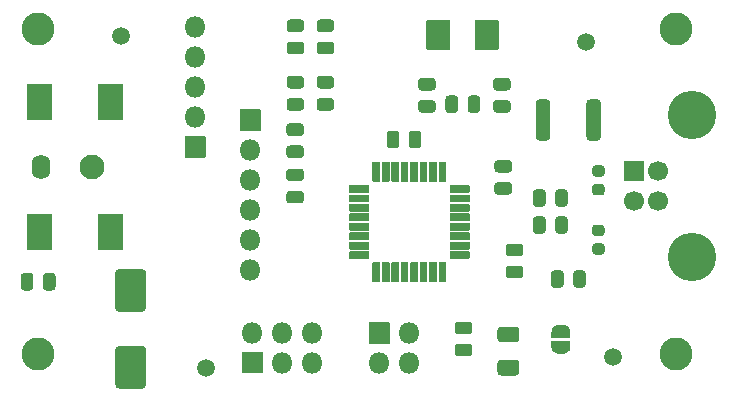
<source format=gts>
G04 #@! TF.GenerationSoftware,KiCad,Pcbnew,6.0.11+dfsg-1~bpo11+1*
G04 #@! TF.CreationDate,2023-06-13T14:06:20+00:00*
G04 #@! TF.ProjectId,t1,74312e6b-6963-4616-945f-706362585858,${git_hash}*
G04 #@! TF.SameCoordinates,Original*
G04 #@! TF.FileFunction,Soldermask,Top*
G04 #@! TF.FilePolarity,Negative*
%FSLAX46Y46*%
G04 Gerber Fmt 4.6, Leading zero omitted, Abs format (unit mm)*
G04 Created by KiCad (PCBNEW 6.0.11+dfsg-1~bpo11+1) date 2023-06-13 14:06:20*
%MOMM*%
%LPD*%
G01*
G04 APERTURE LIST*
%ADD10C,1.500000*%
%ADD11C,2.800000*%
%ADD12C,2.100000*%
%ADD13O,1.600000X2.100000*%
%ADD14O,1.800000X1.800000*%
%ADD15C,1.700000*%
%ADD16C,4.100000*%
G04 APERTURE END LIST*
G36*
G01*
X129835400Y-89844400D02*
X131835400Y-89844400D01*
G75*
G02*
X132135400Y-90144400I0J-300000D01*
G01*
X132135400Y-93144400D01*
G75*
G02*
X131835400Y-93444400I-300000J0D01*
G01*
X129835400Y-93444400D01*
G75*
G02*
X129535400Y-93144400I0J300000D01*
G01*
X129535400Y-90144400D01*
G75*
G02*
X129835400Y-89844400I300000J0D01*
G01*
G37*
G36*
G01*
X129835400Y-96344400D02*
X131835400Y-96344400D01*
G75*
G02*
X132135400Y-96644400I0J-300000D01*
G01*
X132135400Y-99644400D01*
G75*
G02*
X131835400Y-99944400I-300000J0D01*
G01*
X129835400Y-99944400D01*
G75*
G02*
X129535400Y-99644400I0J300000D01*
G01*
X129535400Y-96644400D01*
G75*
G02*
X129835400Y-96344400I300000J0D01*
G01*
G37*
G36*
G01*
X121525000Y-91356250D02*
X121525000Y-90443750D01*
G75*
G02*
X121818750Y-90150000I293750J0D01*
G01*
X122306250Y-90150000D01*
G75*
G02*
X122600000Y-90443750I0J-293750D01*
G01*
X122600000Y-91356250D01*
G75*
G02*
X122306250Y-91650000I-293750J0D01*
G01*
X121818750Y-91650000D01*
G75*
G02*
X121525000Y-91356250I0J293750D01*
G01*
G37*
G36*
G01*
X123400000Y-91356250D02*
X123400000Y-90443750D01*
G75*
G02*
X123693750Y-90150000I293750J0D01*
G01*
X124181250Y-90150000D01*
G75*
G02*
X124475000Y-90443750I0J-293750D01*
G01*
X124475000Y-91356250D01*
G75*
G02*
X124181250Y-91650000I-293750J0D01*
G01*
X123693750Y-91650000D01*
G75*
G02*
X123400000Y-91356250I0J293750D01*
G01*
G37*
G36*
G01*
X161803750Y-73641000D02*
X162716250Y-73641000D01*
G75*
G02*
X163010000Y-73934750I0J-293750D01*
G01*
X163010000Y-74422250D01*
G75*
G02*
X162716250Y-74716000I-293750J0D01*
G01*
X161803750Y-74716000D01*
G75*
G02*
X161510000Y-74422250I0J293750D01*
G01*
X161510000Y-73934750D01*
G75*
G02*
X161803750Y-73641000I293750J0D01*
G01*
G37*
G36*
G01*
X161803750Y-75516000D02*
X162716250Y-75516000D01*
G75*
G02*
X163010000Y-75809750I0J-293750D01*
G01*
X163010000Y-76297250D01*
G75*
G02*
X162716250Y-76591000I-293750J0D01*
G01*
X161803750Y-76591000D01*
G75*
G02*
X161510000Y-76297250I0J293750D01*
G01*
X161510000Y-75809750D01*
G75*
G02*
X161803750Y-75516000I293750J0D01*
G01*
G37*
G36*
G01*
X155453750Y-73641000D02*
X156366250Y-73641000D01*
G75*
G02*
X156660000Y-73934750I0J-293750D01*
G01*
X156660000Y-74422250D01*
G75*
G02*
X156366250Y-74716000I-293750J0D01*
G01*
X155453750Y-74716000D01*
G75*
G02*
X155160000Y-74422250I0J293750D01*
G01*
X155160000Y-73934750D01*
G75*
G02*
X155453750Y-73641000I293750J0D01*
G01*
G37*
G36*
G01*
X155453750Y-75516000D02*
X156366250Y-75516000D01*
G75*
G02*
X156660000Y-75809750I0J-293750D01*
G01*
X156660000Y-76297250D01*
G75*
G02*
X156366250Y-76591000I-293750J0D01*
G01*
X155453750Y-76591000D01*
G75*
G02*
X155160000Y-76297250I0J293750D01*
G01*
X155160000Y-75809750D01*
G75*
G02*
X155453750Y-75516000I293750J0D01*
G01*
G37*
G36*
G01*
X162865750Y-87679000D02*
X163778250Y-87679000D01*
G75*
G02*
X164072000Y-87972750I0J-293750D01*
G01*
X164072000Y-88460250D01*
G75*
G02*
X163778250Y-88754000I-293750J0D01*
G01*
X162865750Y-88754000D01*
G75*
G02*
X162572000Y-88460250I0J293750D01*
G01*
X162572000Y-87972750D01*
G75*
G02*
X162865750Y-87679000I293750J0D01*
G01*
G37*
G36*
G01*
X162865750Y-89554000D02*
X163778250Y-89554000D01*
G75*
G02*
X164072000Y-89847750I0J-293750D01*
G01*
X164072000Y-90335250D01*
G75*
G02*
X163778250Y-90629000I-293750J0D01*
G01*
X162865750Y-90629000D01*
G75*
G02*
X162572000Y-90335250I0J293750D01*
G01*
X162572000Y-89847750D01*
G75*
G02*
X162865750Y-89554000I293750J0D01*
G01*
G37*
G36*
G01*
X152499800Y-79323250D02*
X152499800Y-78410750D01*
G75*
G02*
X152793550Y-78117000I293750J0D01*
G01*
X153281050Y-78117000D01*
G75*
G02*
X153574800Y-78410750I0J-293750D01*
G01*
X153574800Y-79323250D01*
G75*
G02*
X153281050Y-79617000I-293750J0D01*
G01*
X152793550Y-79617000D01*
G75*
G02*
X152499800Y-79323250I0J293750D01*
G01*
G37*
G36*
G01*
X154374800Y-79323250D02*
X154374800Y-78410750D01*
G75*
G02*
X154668550Y-78117000I293750J0D01*
G01*
X155156050Y-78117000D01*
G75*
G02*
X155449800Y-78410750I0J-293750D01*
G01*
X155449800Y-79323250D01*
G75*
G02*
X155156050Y-79617000I-293750J0D01*
G01*
X154668550Y-79617000D01*
G75*
G02*
X154374800Y-79323250I0J293750D01*
G01*
G37*
G36*
G01*
X145210850Y-80443600D02*
X144298350Y-80443600D01*
G75*
G02*
X144004600Y-80149850I0J293750D01*
G01*
X144004600Y-79662350D01*
G75*
G02*
X144298350Y-79368600I293750J0D01*
G01*
X145210850Y-79368600D01*
G75*
G02*
X145504600Y-79662350I0J-293750D01*
G01*
X145504600Y-80149850D01*
G75*
G02*
X145210850Y-80443600I-293750J0D01*
G01*
G37*
G36*
G01*
X145210850Y-78568600D02*
X144298350Y-78568600D01*
G75*
G02*
X144004600Y-78274850I0J293750D01*
G01*
X144004600Y-77787350D01*
G75*
G02*
X144298350Y-77493600I293750J0D01*
G01*
X145210850Y-77493600D01*
G75*
G02*
X145504600Y-77787350I0J-293750D01*
G01*
X145504600Y-78274850D01*
G75*
G02*
X145210850Y-78568600I-293750J0D01*
G01*
G37*
G36*
G01*
X163439000Y-98849000D02*
X162189000Y-98849000D01*
G75*
G02*
X161889000Y-98549000I0J300000D01*
G01*
X161889000Y-97799000D01*
G75*
G02*
X162189000Y-97499000I300000J0D01*
G01*
X163439000Y-97499000D01*
G75*
G02*
X163739000Y-97799000I0J-300000D01*
G01*
X163739000Y-98549000D01*
G75*
G02*
X163439000Y-98849000I-300000J0D01*
G01*
G37*
G36*
G01*
X163439000Y-96049000D02*
X162189000Y-96049000D01*
G75*
G02*
X161889000Y-95749000I0J300000D01*
G01*
X161889000Y-94999000D01*
G75*
G02*
X162189000Y-94699000I300000J0D01*
G01*
X163439000Y-94699000D01*
G75*
G02*
X163739000Y-94999000I0J-300000D01*
G01*
X163739000Y-95749000D01*
G75*
G02*
X163439000Y-96049000I-300000J0D01*
G01*
G37*
G36*
G01*
X147776250Y-76425000D02*
X146863750Y-76425000D01*
G75*
G02*
X146570000Y-76131250I0J293750D01*
G01*
X146570000Y-75643750D01*
G75*
G02*
X146863750Y-75350000I293750J0D01*
G01*
X147776250Y-75350000D01*
G75*
G02*
X148070000Y-75643750I0J-293750D01*
G01*
X148070000Y-76131250D01*
G75*
G02*
X147776250Y-76425000I-293750J0D01*
G01*
G37*
G36*
G01*
X147776250Y-74550000D02*
X146863750Y-74550000D01*
G75*
G02*
X146570000Y-74256250I0J293750D01*
G01*
X146570000Y-73768750D01*
G75*
G02*
X146863750Y-73475000I293750J0D01*
G01*
X147776250Y-73475000D01*
G75*
G02*
X148070000Y-73768750I0J-293750D01*
G01*
X148070000Y-74256250D01*
G75*
G02*
X147776250Y-74550000I-293750J0D01*
G01*
G37*
G36*
G01*
X145236250Y-76425000D02*
X144323750Y-76425000D01*
G75*
G02*
X144030000Y-76131250I0J293750D01*
G01*
X144030000Y-75643750D01*
G75*
G02*
X144323750Y-75350000I293750J0D01*
G01*
X145236250Y-75350000D01*
G75*
G02*
X145530000Y-75643750I0J-293750D01*
G01*
X145530000Y-76131250D01*
G75*
G02*
X145236250Y-76425000I-293750J0D01*
G01*
G37*
G36*
G01*
X145236250Y-74550000D02*
X144323750Y-74550000D01*
G75*
G02*
X144030000Y-74256250I0J293750D01*
G01*
X144030000Y-73768750D01*
G75*
G02*
X144323750Y-73475000I293750J0D01*
G01*
X145236250Y-73475000D01*
G75*
G02*
X145530000Y-73768750I0J-293750D01*
G01*
X145530000Y-74256250D01*
G75*
G02*
X145236250Y-74550000I-293750J0D01*
G01*
G37*
G36*
G01*
X165144000Y-78666000D02*
X165144000Y-75766000D01*
G75*
G02*
X165444000Y-75466000I300000J0D01*
G01*
X166069000Y-75466000D01*
G75*
G02*
X166369000Y-75766000I0J-300000D01*
G01*
X166369000Y-78666000D01*
G75*
G02*
X166069000Y-78966000I-300000J0D01*
G01*
X165444000Y-78966000D01*
G75*
G02*
X165144000Y-78666000I0J300000D01*
G01*
G37*
G36*
G01*
X169419000Y-78666000D02*
X169419000Y-75766000D01*
G75*
G02*
X169719000Y-75466000I300000J0D01*
G01*
X170344000Y-75466000D01*
G75*
G02*
X170644000Y-75766000I0J-300000D01*
G01*
X170644000Y-78666000D01*
G75*
G02*
X170344000Y-78966000I-300000J0D01*
G01*
X169719000Y-78966000D01*
G75*
G02*
X169419000Y-78666000I0J300000D01*
G01*
G37*
G36*
G01*
X169369000Y-90221750D02*
X169369000Y-91134250D01*
G75*
G02*
X169075250Y-91428000I-293750J0D01*
G01*
X168587750Y-91428000D01*
G75*
G02*
X168294000Y-91134250I0J293750D01*
G01*
X168294000Y-90221750D01*
G75*
G02*
X168587750Y-89928000I293750J0D01*
G01*
X169075250Y-89928000D01*
G75*
G02*
X169369000Y-90221750I0J-293750D01*
G01*
G37*
G36*
G01*
X167494000Y-90221750D02*
X167494000Y-91134250D01*
G75*
G02*
X167200250Y-91428000I-293750J0D01*
G01*
X166712750Y-91428000D01*
G75*
G02*
X166419000Y-91134250I0J293750D01*
G01*
X166419000Y-90221750D01*
G75*
G02*
X166712750Y-89928000I293750J0D01*
G01*
X167200250Y-89928000D01*
G75*
G02*
X167494000Y-90221750I0J-293750D01*
G01*
G37*
D10*
X169418000Y-70612000D03*
X171704000Y-97282000D03*
X129997200Y-70078600D03*
X137210800Y-98171000D03*
D11*
X177000000Y-97000000D03*
X123000000Y-97000000D03*
X123000000Y-69500000D03*
X177000000Y-69500000D03*
D12*
X127600000Y-81200000D03*
D13*
X123200000Y-81200000D03*
G36*
G01*
X124100000Y-77250000D02*
X122100000Y-77250000D01*
G75*
G02*
X122050000Y-77200000I0J50000D01*
G01*
X122050000Y-74200000D01*
G75*
G02*
X122100000Y-74150000I50000J0D01*
G01*
X124100000Y-74150000D01*
G75*
G02*
X124150000Y-74200000I0J-50000D01*
G01*
X124150000Y-77200000D01*
G75*
G02*
X124100000Y-77250000I-50000J0D01*
G01*
G37*
G36*
G01*
X130100000Y-77250000D02*
X128100000Y-77250000D01*
G75*
G02*
X128050000Y-77200000I0J50000D01*
G01*
X128050000Y-74200000D01*
G75*
G02*
X128100000Y-74150000I50000J0D01*
G01*
X130100000Y-74150000D01*
G75*
G02*
X130150000Y-74200000I0J-50000D01*
G01*
X130150000Y-77200000D01*
G75*
G02*
X130100000Y-77250000I-50000J0D01*
G01*
G37*
G36*
G01*
X130100000Y-88250000D02*
X128100000Y-88250000D01*
G75*
G02*
X128050000Y-88200000I0J50000D01*
G01*
X128050000Y-85200000D01*
G75*
G02*
X128100000Y-85150000I50000J0D01*
G01*
X130100000Y-85150000D01*
G75*
G02*
X130150000Y-85200000I0J-50000D01*
G01*
X130150000Y-88200000D01*
G75*
G02*
X130100000Y-88250000I-50000J0D01*
G01*
G37*
G36*
G01*
X124100000Y-88250000D02*
X122100000Y-88250000D01*
G75*
G02*
X122050000Y-88200000I0J50000D01*
G01*
X122050000Y-85200000D01*
G75*
G02*
X122100000Y-85150000I50000J0D01*
G01*
X124100000Y-85150000D01*
G75*
G02*
X124150000Y-85200000I0J-50000D01*
G01*
X124150000Y-88200000D01*
G75*
G02*
X124100000Y-88250000I-50000J0D01*
G01*
G37*
G36*
G01*
X137200000Y-78650000D02*
X137200000Y-80350000D01*
G75*
G02*
X137150000Y-80400000I-50000J0D01*
G01*
X135450000Y-80400000D01*
G75*
G02*
X135400000Y-80350000I0J50000D01*
G01*
X135400000Y-78650000D01*
G75*
G02*
X135450000Y-78600000I50000J0D01*
G01*
X137150000Y-78600000D01*
G75*
G02*
X137200000Y-78650000I0J-50000D01*
G01*
G37*
D14*
X136300000Y-76960000D03*
X136300000Y-74420000D03*
X136300000Y-71880000D03*
X136300000Y-69340000D03*
G36*
G01*
X150992000Y-96100000D02*
X150992000Y-94400000D01*
G75*
G02*
X151042000Y-94350000I50000J0D01*
G01*
X152742000Y-94350000D01*
G75*
G02*
X152792000Y-94400000I0J-50000D01*
G01*
X152792000Y-96100000D01*
G75*
G02*
X152742000Y-96150000I-50000J0D01*
G01*
X151042000Y-96150000D01*
G75*
G02*
X150992000Y-96100000I0J50000D01*
G01*
G37*
X154432000Y-95250000D03*
X151892000Y-97790000D03*
X154432000Y-97790000D03*
G36*
G01*
X141972400Y-98664600D02*
X140272400Y-98664600D01*
G75*
G02*
X140222400Y-98614600I0J50000D01*
G01*
X140222400Y-96914600D01*
G75*
G02*
X140272400Y-96864600I50000J0D01*
G01*
X141972400Y-96864600D01*
G75*
G02*
X142022400Y-96914600I0J-50000D01*
G01*
X142022400Y-98614600D01*
G75*
G02*
X141972400Y-98664600I-50000J0D01*
G01*
G37*
X141122400Y-95224600D03*
X143662400Y-97764600D03*
X143662400Y-95224600D03*
X146202400Y-97764600D03*
X146202400Y-95224600D03*
G36*
G01*
X140070000Y-78066000D02*
X140070000Y-76366000D01*
G75*
G02*
X140120000Y-76316000I50000J0D01*
G01*
X141820000Y-76316000D01*
G75*
G02*
X141870000Y-76366000I0J-50000D01*
G01*
X141870000Y-78066000D01*
G75*
G02*
X141820000Y-78116000I-50000J0D01*
G01*
X140120000Y-78116000D01*
G75*
G02*
X140070000Y-78066000I0J50000D01*
G01*
G37*
X140970000Y-79756000D03*
X140970000Y-82296000D03*
X140970000Y-84836000D03*
X140970000Y-87376000D03*
X140970000Y-89916000D03*
G36*
X168044355Y-95668755D02*
G01*
X168009000Y-95683400D01*
X166509000Y-95683400D01*
X166473645Y-95668755D01*
X166459000Y-95633400D01*
X166459000Y-95133400D01*
X166464188Y-95120876D01*
X166465440Y-95052543D01*
X166467707Y-95038549D01*
X166509982Y-94903234D01*
X166516085Y-94890438D01*
X166594640Y-94772428D01*
X166604089Y-94761860D01*
X166712608Y-94670640D01*
X166724644Y-94663148D01*
X166854403Y-94606053D01*
X166868057Y-94602241D01*
X167002517Y-94584658D01*
X167002694Y-94586012D01*
X167009000Y-94583400D01*
X167509000Y-94583400D01*
X167510153Y-94583878D01*
X167522802Y-94584032D01*
X167662879Y-94605843D01*
X167676435Y-94609988D01*
X167804760Y-94670236D01*
X167816609Y-94678019D01*
X167922867Y-94771863D01*
X167932055Y-94782659D01*
X168007703Y-94902554D01*
X168013492Y-94915495D01*
X168052449Y-95051802D01*
X168054373Y-95065848D01*
X168054033Y-95121409D01*
X168059000Y-95133400D01*
X168059000Y-95633400D01*
X168044355Y-95668755D01*
G37*
G36*
X168053884Y-96445750D02*
G01*
X168053507Y-96507610D01*
X168051412Y-96521631D01*
X168010793Y-96657452D01*
X168004846Y-96670321D01*
X167927739Y-96789283D01*
X167918420Y-96799966D01*
X167811023Y-96892504D01*
X167799080Y-96900142D01*
X167670028Y-96958819D01*
X167656421Y-96962798D01*
X167516088Y-96982895D01*
X167509000Y-96983400D01*
X167009000Y-96983400D01*
X167008390Y-96983396D01*
X166996174Y-96983247D01*
X166988489Y-96982558D01*
X166848688Y-96959038D01*
X166835182Y-96954728D01*
X166707603Y-96892916D01*
X166695850Y-96884989D01*
X166590746Y-96789854D01*
X166581691Y-96778946D01*
X166507514Y-96658136D01*
X166501884Y-96645126D01*
X166464595Y-96508353D01*
X166462842Y-96494285D01*
X166463748Y-96444862D01*
X166459000Y-96433400D01*
X166459000Y-95933400D01*
X166473645Y-95898045D01*
X166509000Y-95883400D01*
X168009000Y-95883400D01*
X168044355Y-95898045D01*
X168059000Y-95933400D01*
X168059000Y-96433400D01*
X168053884Y-96445750D01*
G37*
G36*
G01*
X164895000Y-86562250D02*
X164895000Y-85649750D01*
G75*
G02*
X165188750Y-85356000I293750J0D01*
G01*
X165676250Y-85356000D01*
G75*
G02*
X165970000Y-85649750I0J-293750D01*
G01*
X165970000Y-86562250D01*
G75*
G02*
X165676250Y-86856000I-293750J0D01*
G01*
X165188750Y-86856000D01*
G75*
G02*
X164895000Y-86562250I0J293750D01*
G01*
G37*
G36*
G01*
X166770000Y-86562250D02*
X166770000Y-85649750D01*
G75*
G02*
X167063750Y-85356000I293750J0D01*
G01*
X167551250Y-85356000D01*
G75*
G02*
X167845000Y-85649750I0J-293750D01*
G01*
X167845000Y-86562250D01*
G75*
G02*
X167551250Y-86856000I-293750J0D01*
G01*
X167063750Y-86856000D01*
G75*
G02*
X166770000Y-86562250I0J293750D01*
G01*
G37*
G36*
G01*
X164895000Y-84276250D02*
X164895000Y-83363750D01*
G75*
G02*
X165188750Y-83070000I293750J0D01*
G01*
X165676250Y-83070000D01*
G75*
G02*
X165970000Y-83363750I0J-293750D01*
G01*
X165970000Y-84276250D01*
G75*
G02*
X165676250Y-84570000I-293750J0D01*
G01*
X165188750Y-84570000D01*
G75*
G02*
X164895000Y-84276250I0J293750D01*
G01*
G37*
G36*
G01*
X166770000Y-84276250D02*
X166770000Y-83363750D01*
G75*
G02*
X167063750Y-83070000I293750J0D01*
G01*
X167551250Y-83070000D01*
G75*
G02*
X167845000Y-83363750I0J-293750D01*
G01*
X167845000Y-84276250D01*
G75*
G02*
X167551250Y-84570000I-293750J0D01*
G01*
X167063750Y-84570000D01*
G75*
G02*
X166770000Y-84276250I0J293750D01*
G01*
G37*
G36*
G01*
X160433000Y-75421750D02*
X160433000Y-76334250D01*
G75*
G02*
X160139250Y-76628000I-293750J0D01*
G01*
X159651750Y-76628000D01*
G75*
G02*
X159358000Y-76334250I0J293750D01*
G01*
X159358000Y-75421750D01*
G75*
G02*
X159651750Y-75128000I293750J0D01*
G01*
X160139250Y-75128000D01*
G75*
G02*
X160433000Y-75421750I0J-293750D01*
G01*
G37*
G36*
G01*
X158558000Y-75421750D02*
X158558000Y-76334250D01*
G75*
G02*
X158264250Y-76628000I-293750J0D01*
G01*
X157776750Y-76628000D01*
G75*
G02*
X157483000Y-76334250I0J293750D01*
G01*
X157483000Y-75421750D01*
G75*
G02*
X157776750Y-75128000I293750J0D01*
G01*
X158264250Y-75128000D01*
G75*
G02*
X158558000Y-75421750I0J-293750D01*
G01*
G37*
G36*
G01*
X159460250Y-97233000D02*
X158547750Y-97233000D01*
G75*
G02*
X158254000Y-96939250I0J293750D01*
G01*
X158254000Y-96451750D01*
G75*
G02*
X158547750Y-96158000I293750J0D01*
G01*
X159460250Y-96158000D01*
G75*
G02*
X159754000Y-96451750I0J-293750D01*
G01*
X159754000Y-96939250D01*
G75*
G02*
X159460250Y-97233000I-293750J0D01*
G01*
G37*
G36*
G01*
X159460250Y-95358000D02*
X158547750Y-95358000D01*
G75*
G02*
X158254000Y-95064250I0J293750D01*
G01*
X158254000Y-94576750D01*
G75*
G02*
X158547750Y-94283000I293750J0D01*
G01*
X159460250Y-94283000D01*
G75*
G02*
X159754000Y-94576750I0J-293750D01*
G01*
X159754000Y-95064250D01*
G75*
G02*
X159460250Y-95358000I-293750J0D01*
G01*
G37*
G36*
G01*
X144298350Y-81329000D02*
X145210850Y-81329000D01*
G75*
G02*
X145504600Y-81622750I0J-293750D01*
G01*
X145504600Y-82110250D01*
G75*
G02*
X145210850Y-82404000I-293750J0D01*
G01*
X144298350Y-82404000D01*
G75*
G02*
X144004600Y-82110250I0J293750D01*
G01*
X144004600Y-81622750D01*
G75*
G02*
X144298350Y-81329000I293750J0D01*
G01*
G37*
G36*
G01*
X144298350Y-83204000D02*
X145210850Y-83204000D01*
G75*
G02*
X145504600Y-83497750I0J-293750D01*
G01*
X145504600Y-83985250D01*
G75*
G02*
X145210850Y-84279000I-293750J0D01*
G01*
X144298350Y-84279000D01*
G75*
G02*
X144004600Y-83985250I0J293750D01*
G01*
X144004600Y-83497750D01*
G75*
G02*
X144298350Y-83204000I293750J0D01*
G01*
G37*
G36*
G01*
X146863750Y-68699800D02*
X147776250Y-68699800D01*
G75*
G02*
X148070000Y-68993550I0J-293750D01*
G01*
X148070000Y-69481050D01*
G75*
G02*
X147776250Y-69774800I-293750J0D01*
G01*
X146863750Y-69774800D01*
G75*
G02*
X146570000Y-69481050I0J293750D01*
G01*
X146570000Y-68993550D01*
G75*
G02*
X146863750Y-68699800I293750J0D01*
G01*
G37*
G36*
G01*
X146863750Y-70574800D02*
X147776250Y-70574800D01*
G75*
G02*
X148070000Y-70868550I0J-293750D01*
G01*
X148070000Y-71356050D01*
G75*
G02*
X147776250Y-71649800I-293750J0D01*
G01*
X146863750Y-71649800D01*
G75*
G02*
X146570000Y-71356050I0J293750D01*
G01*
X146570000Y-70868550D01*
G75*
G02*
X146863750Y-70574800I293750J0D01*
G01*
G37*
G36*
G01*
X144323750Y-68699800D02*
X145236250Y-68699800D01*
G75*
G02*
X145530000Y-68993550I0J-293750D01*
G01*
X145530000Y-69481050D01*
G75*
G02*
X145236250Y-69774800I-293750J0D01*
G01*
X144323750Y-69774800D01*
G75*
G02*
X144030000Y-69481050I0J293750D01*
G01*
X144030000Y-68993550D01*
G75*
G02*
X144323750Y-68699800I293750J0D01*
G01*
G37*
G36*
G01*
X144323750Y-70574800D02*
X145236250Y-70574800D01*
G75*
G02*
X145530000Y-70868550I0J-293750D01*
G01*
X145530000Y-71356050D01*
G75*
G02*
X145236250Y-71649800I-293750J0D01*
G01*
X144323750Y-71649800D01*
G75*
G02*
X144030000Y-71356050I0J293750D01*
G01*
X144030000Y-70868550D01*
G75*
G02*
X144323750Y-70574800I293750J0D01*
G01*
G37*
G36*
G01*
X170177750Y-86075500D02*
X170690250Y-86075500D01*
G75*
G02*
X170959000Y-86344250I0J-268750D01*
G01*
X170959000Y-86781750D01*
G75*
G02*
X170690250Y-87050500I-268750J0D01*
G01*
X170177750Y-87050500D01*
G75*
G02*
X169909000Y-86781750I0J268750D01*
G01*
X169909000Y-86344250D01*
G75*
G02*
X170177750Y-86075500I268750J0D01*
G01*
G37*
G36*
G01*
X170177750Y-87650500D02*
X170690250Y-87650500D01*
G75*
G02*
X170959000Y-87919250I0J-268750D01*
G01*
X170959000Y-88356750D01*
G75*
G02*
X170690250Y-88625500I-268750J0D01*
G01*
X170177750Y-88625500D01*
G75*
G02*
X169909000Y-88356750I0J268750D01*
G01*
X169909000Y-87919250D01*
G75*
G02*
X170177750Y-87650500I268750J0D01*
G01*
G37*
G36*
G01*
X161977800Y-68827800D02*
X161977800Y-71227800D01*
G75*
G02*
X161927800Y-71277800I-50000J0D01*
G01*
X160027800Y-71277800D01*
G75*
G02*
X159977800Y-71227800I0J50000D01*
G01*
X159977800Y-68827800D01*
G75*
G02*
X160027800Y-68777800I50000J0D01*
G01*
X161927800Y-68777800D01*
G75*
G02*
X161977800Y-68827800I0J-50000D01*
G01*
G37*
G36*
G01*
X157877800Y-68827800D02*
X157877800Y-71227800D01*
G75*
G02*
X157827800Y-71277800I-50000J0D01*
G01*
X155927800Y-71277800D01*
G75*
G02*
X155877800Y-71227800I0J50000D01*
G01*
X155877800Y-68827800D01*
G75*
G02*
X155927800Y-68777800I50000J0D01*
G01*
X157827800Y-68777800D01*
G75*
G02*
X157877800Y-68827800I0J-50000D01*
G01*
G37*
G36*
G01*
X174282000Y-82384000D02*
X172682000Y-82384000D01*
G75*
G02*
X172632000Y-82334000I0J50000D01*
G01*
X172632000Y-80734000D01*
G75*
G02*
X172682000Y-80684000I50000J0D01*
G01*
X174282000Y-80684000D01*
G75*
G02*
X174332000Y-80734000I0J-50000D01*
G01*
X174332000Y-82334000D01*
G75*
G02*
X174282000Y-82384000I-50000J0D01*
G01*
G37*
D15*
X173482000Y-84034000D03*
X175482000Y-84034000D03*
X175482000Y-81534000D03*
D16*
X178342000Y-76784000D03*
X178342000Y-88784000D03*
G36*
G01*
X156957000Y-80752000D02*
X157507000Y-80752000D01*
G75*
G02*
X157557000Y-80802000I0J-50000D01*
G01*
X157557000Y-82402000D01*
G75*
G02*
X157507000Y-82452000I-50000J0D01*
G01*
X156957000Y-82452000D01*
G75*
G02*
X156907000Y-82402000I0J50000D01*
G01*
X156907000Y-80802000D01*
G75*
G02*
X156957000Y-80752000I50000J0D01*
G01*
G37*
G36*
G01*
X156157000Y-80752000D02*
X156707000Y-80752000D01*
G75*
G02*
X156757000Y-80802000I0J-50000D01*
G01*
X156757000Y-82402000D01*
G75*
G02*
X156707000Y-82452000I-50000J0D01*
G01*
X156157000Y-82452000D01*
G75*
G02*
X156107000Y-82402000I0J50000D01*
G01*
X156107000Y-80802000D01*
G75*
G02*
X156157000Y-80752000I50000J0D01*
G01*
G37*
G36*
G01*
X155357000Y-80752000D02*
X155907000Y-80752000D01*
G75*
G02*
X155957000Y-80802000I0J-50000D01*
G01*
X155957000Y-82402000D01*
G75*
G02*
X155907000Y-82452000I-50000J0D01*
G01*
X155357000Y-82452000D01*
G75*
G02*
X155307000Y-82402000I0J50000D01*
G01*
X155307000Y-80802000D01*
G75*
G02*
X155357000Y-80752000I50000J0D01*
G01*
G37*
G36*
G01*
X154557000Y-80752000D02*
X155107000Y-80752000D01*
G75*
G02*
X155157000Y-80802000I0J-50000D01*
G01*
X155157000Y-82402000D01*
G75*
G02*
X155107000Y-82452000I-50000J0D01*
G01*
X154557000Y-82452000D01*
G75*
G02*
X154507000Y-82402000I0J50000D01*
G01*
X154507000Y-80802000D01*
G75*
G02*
X154557000Y-80752000I50000J0D01*
G01*
G37*
G36*
G01*
X153757000Y-80752000D02*
X154307000Y-80752000D01*
G75*
G02*
X154357000Y-80802000I0J-50000D01*
G01*
X154357000Y-82402000D01*
G75*
G02*
X154307000Y-82452000I-50000J0D01*
G01*
X153757000Y-82452000D01*
G75*
G02*
X153707000Y-82402000I0J50000D01*
G01*
X153707000Y-80802000D01*
G75*
G02*
X153757000Y-80752000I50000J0D01*
G01*
G37*
G36*
G01*
X152957000Y-80752000D02*
X153507000Y-80752000D01*
G75*
G02*
X153557000Y-80802000I0J-50000D01*
G01*
X153557000Y-82402000D01*
G75*
G02*
X153507000Y-82452000I-50000J0D01*
G01*
X152957000Y-82452000D01*
G75*
G02*
X152907000Y-82402000I0J50000D01*
G01*
X152907000Y-80802000D01*
G75*
G02*
X152957000Y-80752000I50000J0D01*
G01*
G37*
G36*
G01*
X152157000Y-80752000D02*
X152707000Y-80752000D01*
G75*
G02*
X152757000Y-80802000I0J-50000D01*
G01*
X152757000Y-82402000D01*
G75*
G02*
X152707000Y-82452000I-50000J0D01*
G01*
X152157000Y-82452000D01*
G75*
G02*
X152107000Y-82402000I0J50000D01*
G01*
X152107000Y-80802000D01*
G75*
G02*
X152157000Y-80752000I50000J0D01*
G01*
G37*
G36*
G01*
X151357000Y-80752000D02*
X151907000Y-80752000D01*
G75*
G02*
X151957000Y-80802000I0J-50000D01*
G01*
X151957000Y-82402000D01*
G75*
G02*
X151907000Y-82452000I-50000J0D01*
G01*
X151357000Y-82452000D01*
G75*
G02*
X151307000Y-82402000I0J50000D01*
G01*
X151307000Y-80802000D01*
G75*
G02*
X151357000Y-80752000I50000J0D01*
G01*
G37*
G36*
G01*
X149332000Y-83327000D02*
X149332000Y-82777000D01*
G75*
G02*
X149382000Y-82727000I50000J0D01*
G01*
X150982000Y-82727000D01*
G75*
G02*
X151032000Y-82777000I0J-50000D01*
G01*
X151032000Y-83327000D01*
G75*
G02*
X150982000Y-83377000I-50000J0D01*
G01*
X149382000Y-83377000D01*
G75*
G02*
X149332000Y-83327000I0J50000D01*
G01*
G37*
G36*
G01*
X149332000Y-84127000D02*
X149332000Y-83577000D01*
G75*
G02*
X149382000Y-83527000I50000J0D01*
G01*
X150982000Y-83527000D01*
G75*
G02*
X151032000Y-83577000I0J-50000D01*
G01*
X151032000Y-84127000D01*
G75*
G02*
X150982000Y-84177000I-50000J0D01*
G01*
X149382000Y-84177000D01*
G75*
G02*
X149332000Y-84127000I0J50000D01*
G01*
G37*
G36*
G01*
X149332000Y-84927000D02*
X149332000Y-84377000D01*
G75*
G02*
X149382000Y-84327000I50000J0D01*
G01*
X150982000Y-84327000D01*
G75*
G02*
X151032000Y-84377000I0J-50000D01*
G01*
X151032000Y-84927000D01*
G75*
G02*
X150982000Y-84977000I-50000J0D01*
G01*
X149382000Y-84977000D01*
G75*
G02*
X149332000Y-84927000I0J50000D01*
G01*
G37*
G36*
G01*
X149332000Y-85727000D02*
X149332000Y-85177000D01*
G75*
G02*
X149382000Y-85127000I50000J0D01*
G01*
X150982000Y-85127000D01*
G75*
G02*
X151032000Y-85177000I0J-50000D01*
G01*
X151032000Y-85727000D01*
G75*
G02*
X150982000Y-85777000I-50000J0D01*
G01*
X149382000Y-85777000D01*
G75*
G02*
X149332000Y-85727000I0J50000D01*
G01*
G37*
G36*
G01*
X149332000Y-86527000D02*
X149332000Y-85977000D01*
G75*
G02*
X149382000Y-85927000I50000J0D01*
G01*
X150982000Y-85927000D01*
G75*
G02*
X151032000Y-85977000I0J-50000D01*
G01*
X151032000Y-86527000D01*
G75*
G02*
X150982000Y-86577000I-50000J0D01*
G01*
X149382000Y-86577000D01*
G75*
G02*
X149332000Y-86527000I0J50000D01*
G01*
G37*
G36*
G01*
X149332000Y-87327000D02*
X149332000Y-86777000D01*
G75*
G02*
X149382000Y-86727000I50000J0D01*
G01*
X150982000Y-86727000D01*
G75*
G02*
X151032000Y-86777000I0J-50000D01*
G01*
X151032000Y-87327000D01*
G75*
G02*
X150982000Y-87377000I-50000J0D01*
G01*
X149382000Y-87377000D01*
G75*
G02*
X149332000Y-87327000I0J50000D01*
G01*
G37*
G36*
G01*
X149332000Y-88127000D02*
X149332000Y-87577000D01*
G75*
G02*
X149382000Y-87527000I50000J0D01*
G01*
X150982000Y-87527000D01*
G75*
G02*
X151032000Y-87577000I0J-50000D01*
G01*
X151032000Y-88127000D01*
G75*
G02*
X150982000Y-88177000I-50000J0D01*
G01*
X149382000Y-88177000D01*
G75*
G02*
X149332000Y-88127000I0J50000D01*
G01*
G37*
G36*
G01*
X149332000Y-88927000D02*
X149332000Y-88377000D01*
G75*
G02*
X149382000Y-88327000I50000J0D01*
G01*
X150982000Y-88327000D01*
G75*
G02*
X151032000Y-88377000I0J-50000D01*
G01*
X151032000Y-88927000D01*
G75*
G02*
X150982000Y-88977000I-50000J0D01*
G01*
X149382000Y-88977000D01*
G75*
G02*
X149332000Y-88927000I0J50000D01*
G01*
G37*
G36*
G01*
X151357000Y-89252000D02*
X151907000Y-89252000D01*
G75*
G02*
X151957000Y-89302000I0J-50000D01*
G01*
X151957000Y-90902000D01*
G75*
G02*
X151907000Y-90952000I-50000J0D01*
G01*
X151357000Y-90952000D01*
G75*
G02*
X151307000Y-90902000I0J50000D01*
G01*
X151307000Y-89302000D01*
G75*
G02*
X151357000Y-89252000I50000J0D01*
G01*
G37*
G36*
G01*
X152157000Y-89252000D02*
X152707000Y-89252000D01*
G75*
G02*
X152757000Y-89302000I0J-50000D01*
G01*
X152757000Y-90902000D01*
G75*
G02*
X152707000Y-90952000I-50000J0D01*
G01*
X152157000Y-90952000D01*
G75*
G02*
X152107000Y-90902000I0J50000D01*
G01*
X152107000Y-89302000D01*
G75*
G02*
X152157000Y-89252000I50000J0D01*
G01*
G37*
G36*
G01*
X152957000Y-89252000D02*
X153507000Y-89252000D01*
G75*
G02*
X153557000Y-89302000I0J-50000D01*
G01*
X153557000Y-90902000D01*
G75*
G02*
X153507000Y-90952000I-50000J0D01*
G01*
X152957000Y-90952000D01*
G75*
G02*
X152907000Y-90902000I0J50000D01*
G01*
X152907000Y-89302000D01*
G75*
G02*
X152957000Y-89252000I50000J0D01*
G01*
G37*
G36*
G01*
X153757000Y-89252000D02*
X154307000Y-89252000D01*
G75*
G02*
X154357000Y-89302000I0J-50000D01*
G01*
X154357000Y-90902000D01*
G75*
G02*
X154307000Y-90952000I-50000J0D01*
G01*
X153757000Y-90952000D01*
G75*
G02*
X153707000Y-90902000I0J50000D01*
G01*
X153707000Y-89302000D01*
G75*
G02*
X153757000Y-89252000I50000J0D01*
G01*
G37*
G36*
G01*
X154557000Y-89252000D02*
X155107000Y-89252000D01*
G75*
G02*
X155157000Y-89302000I0J-50000D01*
G01*
X155157000Y-90902000D01*
G75*
G02*
X155107000Y-90952000I-50000J0D01*
G01*
X154557000Y-90952000D01*
G75*
G02*
X154507000Y-90902000I0J50000D01*
G01*
X154507000Y-89302000D01*
G75*
G02*
X154557000Y-89252000I50000J0D01*
G01*
G37*
G36*
G01*
X155357000Y-89252000D02*
X155907000Y-89252000D01*
G75*
G02*
X155957000Y-89302000I0J-50000D01*
G01*
X155957000Y-90902000D01*
G75*
G02*
X155907000Y-90952000I-50000J0D01*
G01*
X155357000Y-90952000D01*
G75*
G02*
X155307000Y-90902000I0J50000D01*
G01*
X155307000Y-89302000D01*
G75*
G02*
X155357000Y-89252000I50000J0D01*
G01*
G37*
G36*
G01*
X156157000Y-89252000D02*
X156707000Y-89252000D01*
G75*
G02*
X156757000Y-89302000I0J-50000D01*
G01*
X156757000Y-90902000D01*
G75*
G02*
X156707000Y-90952000I-50000J0D01*
G01*
X156157000Y-90952000D01*
G75*
G02*
X156107000Y-90902000I0J50000D01*
G01*
X156107000Y-89302000D01*
G75*
G02*
X156157000Y-89252000I50000J0D01*
G01*
G37*
G36*
G01*
X156957000Y-89252000D02*
X157507000Y-89252000D01*
G75*
G02*
X157557000Y-89302000I0J-50000D01*
G01*
X157557000Y-90902000D01*
G75*
G02*
X157507000Y-90952000I-50000J0D01*
G01*
X156957000Y-90952000D01*
G75*
G02*
X156907000Y-90902000I0J50000D01*
G01*
X156907000Y-89302000D01*
G75*
G02*
X156957000Y-89252000I50000J0D01*
G01*
G37*
G36*
G01*
X157832000Y-88927000D02*
X157832000Y-88377000D01*
G75*
G02*
X157882000Y-88327000I50000J0D01*
G01*
X159482000Y-88327000D01*
G75*
G02*
X159532000Y-88377000I0J-50000D01*
G01*
X159532000Y-88927000D01*
G75*
G02*
X159482000Y-88977000I-50000J0D01*
G01*
X157882000Y-88977000D01*
G75*
G02*
X157832000Y-88927000I0J50000D01*
G01*
G37*
G36*
G01*
X157832000Y-88127000D02*
X157832000Y-87577000D01*
G75*
G02*
X157882000Y-87527000I50000J0D01*
G01*
X159482000Y-87527000D01*
G75*
G02*
X159532000Y-87577000I0J-50000D01*
G01*
X159532000Y-88127000D01*
G75*
G02*
X159482000Y-88177000I-50000J0D01*
G01*
X157882000Y-88177000D01*
G75*
G02*
X157832000Y-88127000I0J50000D01*
G01*
G37*
G36*
G01*
X157832000Y-87327000D02*
X157832000Y-86777000D01*
G75*
G02*
X157882000Y-86727000I50000J0D01*
G01*
X159482000Y-86727000D01*
G75*
G02*
X159532000Y-86777000I0J-50000D01*
G01*
X159532000Y-87327000D01*
G75*
G02*
X159482000Y-87377000I-50000J0D01*
G01*
X157882000Y-87377000D01*
G75*
G02*
X157832000Y-87327000I0J50000D01*
G01*
G37*
G36*
G01*
X157832000Y-86527000D02*
X157832000Y-85977000D01*
G75*
G02*
X157882000Y-85927000I50000J0D01*
G01*
X159482000Y-85927000D01*
G75*
G02*
X159532000Y-85977000I0J-50000D01*
G01*
X159532000Y-86527000D01*
G75*
G02*
X159482000Y-86577000I-50000J0D01*
G01*
X157882000Y-86577000D01*
G75*
G02*
X157832000Y-86527000I0J50000D01*
G01*
G37*
G36*
G01*
X157832000Y-85727000D02*
X157832000Y-85177000D01*
G75*
G02*
X157882000Y-85127000I50000J0D01*
G01*
X159482000Y-85127000D01*
G75*
G02*
X159532000Y-85177000I0J-50000D01*
G01*
X159532000Y-85727000D01*
G75*
G02*
X159482000Y-85777000I-50000J0D01*
G01*
X157882000Y-85777000D01*
G75*
G02*
X157832000Y-85727000I0J50000D01*
G01*
G37*
G36*
G01*
X157832000Y-84927000D02*
X157832000Y-84377000D01*
G75*
G02*
X157882000Y-84327000I50000J0D01*
G01*
X159482000Y-84327000D01*
G75*
G02*
X159532000Y-84377000I0J-50000D01*
G01*
X159532000Y-84927000D01*
G75*
G02*
X159482000Y-84977000I-50000J0D01*
G01*
X157882000Y-84977000D01*
G75*
G02*
X157832000Y-84927000I0J50000D01*
G01*
G37*
G36*
G01*
X157832000Y-84127000D02*
X157832000Y-83577000D01*
G75*
G02*
X157882000Y-83527000I50000J0D01*
G01*
X159482000Y-83527000D01*
G75*
G02*
X159532000Y-83577000I0J-50000D01*
G01*
X159532000Y-84127000D01*
G75*
G02*
X159482000Y-84177000I-50000J0D01*
G01*
X157882000Y-84177000D01*
G75*
G02*
X157832000Y-84127000I0J50000D01*
G01*
G37*
G36*
G01*
X157832000Y-83327000D02*
X157832000Y-82777000D01*
G75*
G02*
X157882000Y-82727000I50000J0D01*
G01*
X159482000Y-82727000D01*
G75*
G02*
X159532000Y-82777000I0J-50000D01*
G01*
X159532000Y-83327000D01*
G75*
G02*
X159482000Y-83377000I-50000J0D01*
G01*
X157882000Y-83377000D01*
G75*
G02*
X157832000Y-83327000I0J50000D01*
G01*
G37*
G36*
G01*
X170690250Y-83596400D02*
X170177750Y-83596400D01*
G75*
G02*
X169909000Y-83327650I0J268750D01*
G01*
X169909000Y-82890150D01*
G75*
G02*
X170177750Y-82621400I268750J0D01*
G01*
X170690250Y-82621400D01*
G75*
G02*
X170959000Y-82890150I0J-268750D01*
G01*
X170959000Y-83327650D01*
G75*
G02*
X170690250Y-83596400I-268750J0D01*
G01*
G37*
G36*
G01*
X170690250Y-82021400D02*
X170177750Y-82021400D01*
G75*
G02*
X169909000Y-81752650I0J268750D01*
G01*
X169909000Y-81315150D01*
G75*
G02*
X170177750Y-81046400I268750J0D01*
G01*
X170690250Y-81046400D01*
G75*
G02*
X170959000Y-81315150I0J-268750D01*
G01*
X170959000Y-81752650D01*
G75*
G02*
X170690250Y-82021400I-268750J0D01*
G01*
G37*
G36*
G01*
X162838450Y-83542400D02*
X161925950Y-83542400D01*
G75*
G02*
X161632200Y-83248650I0J293750D01*
G01*
X161632200Y-82761150D01*
G75*
G02*
X161925950Y-82467400I293750J0D01*
G01*
X162838450Y-82467400D01*
G75*
G02*
X163132200Y-82761150I0J-293750D01*
G01*
X163132200Y-83248650D01*
G75*
G02*
X162838450Y-83542400I-293750J0D01*
G01*
G37*
G36*
G01*
X162838450Y-81667400D02*
X161925950Y-81667400D01*
G75*
G02*
X161632200Y-81373650I0J293750D01*
G01*
X161632200Y-80886150D01*
G75*
G02*
X161925950Y-80592400I293750J0D01*
G01*
X162838450Y-80592400D01*
G75*
G02*
X163132200Y-80886150I0J-293750D01*
G01*
X163132200Y-81373650D01*
G75*
G02*
X162838450Y-81667400I-293750J0D01*
G01*
G37*
M02*

</source>
